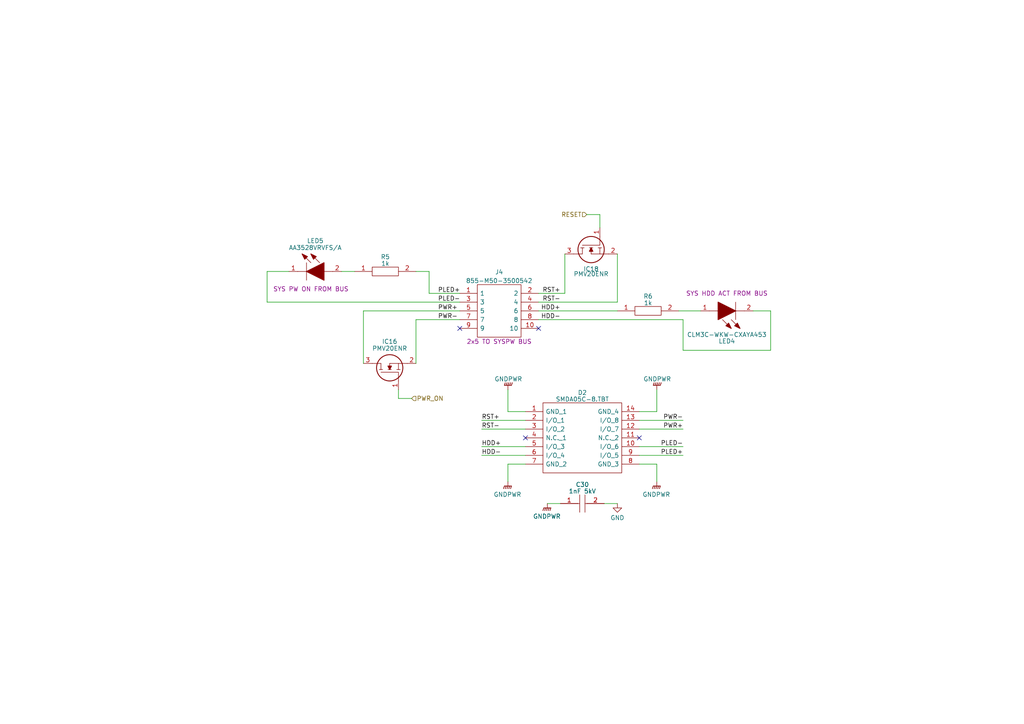
<source format=kicad_sch>
(kicad_sch (version 20230121) (generator eeschema)

  (uuid 593b188f-98dc-4f63-805d-b472a1a92c6e)

  (paper "A4")

  (title_block
    (title "Oro Link")
    (date "2023-03-01")
    (rev "2")
    (company "Oro Operating System")
  )

  (lib_symbols
    (symbol "SamacSys_Parts:AA3528VRVFS_A" (pin_names (offset 0.762)) (in_bom yes) (on_board yes)
      (property "Reference" "LED" (at 12.7 8.89 0)
        (effects (font (size 1.27 1.27)) (justify left bottom))
      )
      (property "Value" "AA3528VRVFS_A" (at 12.7 6.35 0)
        (effects (font (size 1.27 1.27)) (justify left bottom))
      )
      (property "Footprint" "AA3528VRVFSA" (at 12.7 3.81 0)
        (effects (font (size 1.27 1.27)) (justify left bottom) hide)
      )
      (property "Datasheet" "https://mouser.componentsearchengine.com/Datasheets/1/AA3528VRVFS_A.pdf" (at 12.7 1.27 0)
        (effects (font (size 1.27 1.27)) (justify left bottom) hide)
      )
      (property "Description" "LED Uni-Color Violet 2-Pin SMD T/R" (at 12.7 -1.27 0)
        (effects (font (size 1.27 1.27)) (justify left bottom) hide)
      )
      (property "Height" "2.1" (at 12.7 -3.81 0)
        (effects (font (size 1.27 1.27)) (justify left bottom) hide)
      )
      (property "Manufacturer_Name" "Kingbright" (at 12.7 -6.35 0)
        (effects (font (size 1.27 1.27)) (justify left bottom) hide)
      )
      (property "Manufacturer_Part_Number" "AA3528VRVFS/A" (at 12.7 -8.89 0)
        (effects (font (size 1.27 1.27)) (justify left bottom) hide)
      )
      (property "Mouser Part Number" "604-AA3528VRVFS/A" (at 12.7 -11.43 0)
        (effects (font (size 1.27 1.27)) (justify left bottom) hide)
      )
      (property "Mouser Price/Stock" "https://www.mouser.co.uk/ProductDetail/Kingbright/AA3528VRVFS-A?qs=rY7msk5yxfb63mh907EyRA%3D%3D" (at 12.7 -13.97 0)
        (effects (font (size 1.27 1.27)) (justify left bottom) hide)
      )
      (property "Arrow Part Number" "AA3528VRVFS/A" (at 12.7 -16.51 0)
        (effects (font (size 1.27 1.27)) (justify left bottom) hide)
      )
      (property "Arrow Price/Stock" "https://www.arrow.com/en/products/aa3528vrvfsa/kingbright?region=nac" (at 12.7 -19.05 0)
        (effects (font (size 1.27 1.27)) (justify left bottom) hide)
      )
      (property "Mouser Testing Part Number" "" (at 12.7 -21.59 0)
        (effects (font (size 1.27 1.27)) (justify left bottom) hide)
      )
      (property "Mouser Testing Price/Stock" "" (at 12.7 -24.13 0)
        (effects (font (size 1.27 1.27)) (justify left bottom) hide)
      )
      (property "ki_description" "LED Uni-Color Violet 2-Pin SMD T/R" (at 0 0 0)
        (effects (font (size 1.27 1.27)) hide)
      )
      (symbol "AA3528VRVFS_A_0_0"
        (pin passive line (at 0 0 0) (length 2.54)
          (name "~" (effects (font (size 1.27 1.27))))
          (number "1" (effects (font (size 1.27 1.27))))
        )
        (pin passive line (at 15.24 0 180) (length 2.54)
          (name "~" (effects (font (size 1.27 1.27))))
          (number "2" (effects (font (size 1.27 1.27))))
        )
      )
      (symbol "AA3528VRVFS_A_0_1"
        (polyline
          (pts
            (xy 2.54 0)
            (xy 5.08 0)
          )
          (stroke (width 0.1524) (type default))
          (fill (type none))
        )
        (polyline
          (pts
            (xy 5.08 2.54)
            (xy 5.08 -2.54)
          )
          (stroke (width 0.1524) (type default))
          (fill (type none))
        )
        (polyline
          (pts
            (xy 6.35 2.54)
            (xy 3.81 5.08)
          )
          (stroke (width 0.1524) (type default))
          (fill (type none))
        )
        (polyline
          (pts
            (xy 8.89 2.54)
            (xy 6.35 5.08)
          )
          (stroke (width 0.1524) (type default))
          (fill (type none))
        )
        (polyline
          (pts
            (xy 10.16 0)
            (xy 12.7 0)
          )
          (stroke (width 0.1524) (type default))
          (fill (type none))
        )
        (polyline
          (pts
            (xy 5.08 0)
            (xy 10.16 2.54)
            (xy 10.16 -2.54)
            (xy 5.08 0)
          )
          (stroke (width 0.254) (type default))
          (fill (type outline))
        )
        (polyline
          (pts
            (xy 5.334 4.318)
            (xy 4.572 3.556)
            (xy 3.81 5.08)
            (xy 5.334 4.318)
          )
          (stroke (width 0.254) (type default))
          (fill (type outline))
        )
        (polyline
          (pts
            (xy 7.874 4.318)
            (xy 7.112 3.556)
            (xy 6.35 5.08)
            (xy 7.874 4.318)
          )
          (stroke (width 0.254) (type default))
          (fill (type outline))
        )
      )
    )
    (symbol "SamacSys_Parts:CLM3C-WKW-CXAYA453" (pin_names (offset 0.762)) (in_bom yes) (on_board yes)
      (property "Reference" "LED" (at 12.7 8.89 0)
        (effects (font (size 1.27 1.27)) (justify left bottom))
      )
      (property "Value" "CLM3C-WKW-CXAYA453" (at 12.7 6.35 0)
        (effects (font (size 1.27 1.27)) (justify left bottom))
      )
      (property "Footprint" "CLM3CWKWCXAYA453" (at 12.7 3.81 0)
        (effects (font (size 1.27 1.27)) (justify left bottom) hide)
      )
      (property "Datasheet" "https://componentsearchengine.com/Datasheets/2/CLM3C-WKW-CWBYA453.pdf" (at 12.7 1.27 0)
        (effects (font (size 1.27 1.27)) (justify left bottom) hide)
      )
      (property "Description" "Cree CLM3C-WKW-CXAYA453, CLM3 Series White LED, 5500K, PLCC 2, Rectangle Lens SMD Package" (at 12.7 -1.27 0)
        (effects (font (size 1.27 1.27)) (justify left bottom) hide)
      )
      (property "Height" "1.4" (at 12.7 -3.81 0)
        (effects (font (size 1.27 1.27)) (justify left bottom) hide)
      )
      (property "Manufacturer_Name" "Wolfspeed" (at 12.7 -6.35 0)
        (effects (font (size 1.27 1.27)) (justify left bottom) hide)
      )
      (property "Manufacturer_Part_Number" "CLM3C-WKW-CXAYA453" (at 12.7 -8.89 0)
        (effects (font (size 1.27 1.27)) (justify left bottom) hide)
      )
      (property "Mouser Part Number" "941-CLM3CWKWCXAYA453" (at 12.7 -11.43 0)
        (effects (font (size 1.27 1.27)) (justify left bottom) hide)
      )
      (property "Mouser Price/Stock" "https://www.mouser.co.uk/ProductDetail/Cree-Inc/CLM3C-WKW-CXaYa453?qs=3AcK5DacLbr3ewaPKwAgNg%3D%3D" (at 12.7 -13.97 0)
        (effects (font (size 1.27 1.27)) (justify left bottom) hide)
      )
      (property "Arrow Part Number" "CLM3C-WKW-CXAYA453" (at 12.7 -16.51 0)
        (effects (font (size 1.27 1.27)) (justify left bottom) hide)
      )
      (property "Arrow Price/Stock" "https://www.arrow.com/en/products/clm3c-wkw-cxaya453/cree" (at 12.7 -19.05 0)
        (effects (font (size 1.27 1.27)) (justify left bottom) hide)
      )
      (property "Mouser Testing Part Number" "" (at 12.7 -21.59 0)
        (effects (font (size 1.27 1.27)) (justify left bottom) hide)
      )
      (property "Mouser Testing Price/Stock" "" (at 12.7 -24.13 0)
        (effects (font (size 1.27 1.27)) (justify left bottom) hide)
      )
      (property "ki_description" "Cree CLM3C-WKW-CXAYA453, CLM3 Series White LED, 5500K, PLCC 2, Rectangle Lens SMD Package" (at 0 0 0)
        (effects (font (size 1.27 1.27)) hide)
      )
      (symbol "CLM3C-WKW-CXAYA453_0_0"
        (pin passive line (at 15.24 0 180) (length 2.54)
          (name "~" (effects (font (size 1.27 1.27))))
          (number "1" (effects (font (size 1.27 1.27))))
        )
        (pin passive line (at 0 0 0) (length 2.54)
          (name "~" (effects (font (size 1.27 1.27))))
          (number "2" (effects (font (size 1.27 1.27))))
        )
      )
      (symbol "CLM3C-WKW-CXAYA453_0_1"
        (polyline
          (pts
            (xy 2.54 0)
            (xy 5.08 0)
          )
          (stroke (width 0.1524) (type default))
          (fill (type none))
        )
        (polyline
          (pts
            (xy 5.08 2.54)
            (xy 5.08 -2.54)
          )
          (stroke (width 0.1524) (type default))
          (fill (type none))
        )
        (polyline
          (pts
            (xy 6.35 2.54)
            (xy 3.81 5.08)
          )
          (stroke (width 0.1524) (type default))
          (fill (type none))
        )
        (polyline
          (pts
            (xy 8.89 2.54)
            (xy 6.35 5.08)
          )
          (stroke (width 0.1524) (type default))
          (fill (type none))
        )
        (polyline
          (pts
            (xy 10.16 0)
            (xy 12.7 0)
          )
          (stroke (width 0.1524) (type default))
          (fill (type none))
        )
        (polyline
          (pts
            (xy 5.08 0)
            (xy 10.16 2.54)
            (xy 10.16 -2.54)
            (xy 5.08 0)
          )
          (stroke (width 0.254) (type default))
          (fill (type outline))
        )
        (polyline
          (pts
            (xy 5.334 4.318)
            (xy 4.572 3.556)
            (xy 3.81 5.08)
            (xy 5.334 4.318)
          )
          (stroke (width 0.254) (type default))
          (fill (type outline))
        )
        (polyline
          (pts
            (xy 7.874 4.318)
            (xy 7.112 3.556)
            (xy 6.35 5.08)
            (xy 7.874 4.318)
          )
          (stroke (width 0.254) (type default))
          (fill (type outline))
        )
      )
    )
    (symbol "SamacSys_Parts:CSD13380F3T" (pin_names (offset 0.762)) (in_bom yes) (on_board yes)
      (property "Reference" "Q" (at 11.43 3.81 0)
        (effects (font (size 1.27 1.27)) (justify left))
      )
      (property "Value" "CSD13380F3T" (at 11.43 1.27 0)
        (effects (font (size 1.27 1.27)) (justify left))
      )
      (property "Footprint" "CSD13380F3T" (at 11.43 -1.27 0)
        (effects (font (size 1.27 1.27)) (justify left) hide)
      )
      (property "Datasheet" "https://www.ti.com/lit/ds/symlink/csd13380f3.pdf?ts=1610053095577" (at 11.43 -3.81 0)
        (effects (font (size 1.27 1.27)) (justify left) hide)
      )
      (property "Description" "12V, N ch NexFET MOSFET, single LGA0.6x0.7, 76mOhm" (at 11.43 -6.35 0)
        (effects (font (size 1.27 1.27)) (justify left) hide)
      )
      (property "Height" "0.35" (at 11.43 -8.89 0)
        (effects (font (size 1.27 1.27)) (justify left) hide)
      )
      (property "Manufacturer_Name" "Texas Instruments" (at 11.43 -11.43 0)
        (effects (font (size 1.27 1.27)) (justify left) hide)
      )
      (property "Manufacturer_Part_Number" "CSD13380F3T" (at 11.43 -13.97 0)
        (effects (font (size 1.27 1.27)) (justify left) hide)
      )
      (property "Mouser Part Number" "595-CSD13380F3T" (at 11.43 -16.51 0)
        (effects (font (size 1.27 1.27)) (justify left) hide)
      )
      (property "Mouser Price/Stock" "https://www.mouser.co.uk/ProductDetail/Texas-Instruments/CSD13380F3T?qs=S8zVn2bBIh85Rpxp8sld8w%3D%3D" (at 11.43 -19.05 0)
        (effects (font (size 1.27 1.27)) (justify left) hide)
      )
      (property "Arrow Part Number" "CSD13380F3T" (at 11.43 -21.59 0)
        (effects (font (size 1.27 1.27)) (justify left) hide)
      )
      (property "Arrow Price/Stock" "https://www.arrow.com/en/products/csd13380f3t/texas-instruments" (at 11.43 -24.13 0)
        (effects (font (size 1.27 1.27)) (justify left) hide)
      )
      (property "Mouser Testing Part Number" "" (at 11.43 -26.67 0)
        (effects (font (size 1.27 1.27)) (justify left) hide)
      )
      (property "Mouser Testing Price/Stock" "" (at 11.43 -29.21 0)
        (effects (font (size 1.27 1.27)) (justify left) hide)
      )
      (property "ki_description" "12V, N ch NexFET MOSFET, single LGA0.6x0.7, 76mOhm" (at 0 0 0)
        (effects (font (size 1.27 1.27)) hide)
      )
      (symbol "CSD13380F3T_0_0"
        (pin passive line (at 0 0 0) (length 2.54)
          (name "~" (effects (font (size 1.27 1.27))))
          (number "1" (effects (font (size 1.27 1.27))))
        )
        (pin passive line (at 7.62 -5.08 90) (length 2.54)
          (name "~" (effects (font (size 1.27 1.27))))
          (number "2" (effects (font (size 1.27 1.27))))
        )
        (pin passive line (at 7.62 10.16 270) (length 2.54)
          (name "~" (effects (font (size 1.27 1.27))))
          (number "3" (effects (font (size 1.27 1.27))))
        )
      )
      (symbol "CSD13380F3T_0_1"
        (polyline
          (pts
            (xy 5.842 -0.508)
            (xy 5.842 0.508)
          )
          (stroke (width 0.1524) (type default))
          (fill (type none))
        )
        (polyline
          (pts
            (xy 5.842 0)
            (xy 7.62 0)
          )
          (stroke (width 0.1524) (type default))
          (fill (type none))
        )
        (polyline
          (pts
            (xy 5.842 2.032)
            (xy 5.842 3.048)
          )
          (stroke (width 0.1524) (type default))
          (fill (type none))
        )
        (polyline
          (pts
            (xy 5.842 5.588)
            (xy 5.842 4.572)
          )
          (stroke (width 0.1524) (type default))
          (fill (type none))
        )
        (polyline
          (pts
            (xy 7.62 2.54)
            (xy 5.842 2.54)
          )
          (stroke (width 0.1524) (type default))
          (fill (type none))
        )
        (polyline
          (pts
            (xy 7.62 2.54)
            (xy 7.62 -2.54)
          )
          (stroke (width 0.1524) (type default))
          (fill (type none))
        )
        (polyline
          (pts
            (xy 7.62 5.08)
            (xy 5.842 5.08)
          )
          (stroke (width 0.1524) (type default))
          (fill (type none))
        )
        (polyline
          (pts
            (xy 7.62 5.08)
            (xy 7.62 7.62)
          )
          (stroke (width 0.1524) (type default))
          (fill (type none))
        )
        (polyline
          (pts
            (xy 2.54 0)
            (xy 5.08 0)
            (xy 5.08 5.08)
          )
          (stroke (width 0.1524) (type default))
          (fill (type none))
        )
        (polyline
          (pts
            (xy 5.842 2.54)
            (xy 6.858 3.048)
            (xy 6.858 2.032)
            (xy 5.842 2.54)
          )
          (stroke (width 0.254) (type default))
          (fill (type outline))
        )
        (circle (center 6.35 2.54) (radius 3.81)
          (stroke (width 0.254) (type default))
          (fill (type none))
        )
      )
    )
    (symbol "SamacSys_Parts:HV2225Y102KXMATHV" (pin_names (offset 0.762)) (in_bom yes) (on_board yes)
      (property "Reference" "C" (at 8.89 6.35 0)
        (effects (font (size 1.27 1.27)) (justify left))
      )
      (property "Value" "HV2225Y102KXMATHV" (at 8.89 3.81 0)
        (effects (font (size 1.27 1.27)) (justify left))
      )
      (property "Footprint" "CAPC5664X270N" (at 8.89 1.27 0)
        (effects (font (size 1.27 1.27)) (justify left) hide)
      )
      (property "Datasheet" "https://componentsearchengine.com/Datasheets/1/HV2225Y102KXMATHV.pdf" (at 8.89 -1.27 0)
        (effects (font (size 1.27 1.27)) (justify left) hide)
      )
      (property "Description" "Multilayer Ceramic Capacitors MLCC - SMD/SMT 1.0nF 5000volts 10% X7R High Voltage" (at 8.89 -3.81 0)
        (effects (font (size 1.27 1.27)) (justify left) hide)
      )
      (property "Height" "2.7" (at 8.89 -6.35 0)
        (effects (font (size 1.27 1.27)) (justify left) hide)
      )
      (property "Manufacturer_Name" "Vishay" (at 8.89 -8.89 0)
        (effects (font (size 1.27 1.27)) (justify left) hide)
      )
      (property "Manufacturer_Part_Number" "HV2225Y102KXMATHV" (at 8.89 -11.43 0)
        (effects (font (size 1.27 1.27)) (justify left) hide)
      )
      (property "Mouser Part Number" "77-HV2225Y102KXMATHV" (at 8.89 -13.97 0)
        (effects (font (size 1.27 1.27)) (justify left) hide)
      )
      (property "Mouser Price/Stock" "https://www.mouser.com/Search/Refine.aspx?Keyword=77-HV2225Y102KXMATHV" (at 8.89 -16.51 0)
        (effects (font (size 1.27 1.27)) (justify left) hide)
      )
      (property "Arrow Part Number" "" (at 8.89 -19.05 0)
        (effects (font (size 1.27 1.27)) (justify left) hide)
      )
      (property "Arrow Price/Stock" "" (at 8.89 -21.59 0)
        (effects (font (size 1.27 1.27)) (justify left) hide)
      )
      (property "ki_description" "Multilayer Ceramic Capacitors MLCC - SMD/SMT 1.0nF 5000volts 10% X7R High Voltage" (at 0 0 0)
        (effects (font (size 1.27 1.27)) hide)
      )
      (symbol "HV2225Y102KXMATHV_0_0"
        (pin passive line (at 0 0 0) (length 5.08)
          (name "~" (effects (font (size 1.27 1.27))))
          (number "1" (effects (font (size 1.27 1.27))))
        )
        (pin passive line (at 12.7 0 180) (length 5.08)
          (name "~" (effects (font (size 1.27 1.27))))
          (number "2" (effects (font (size 1.27 1.27))))
        )
      )
      (symbol "HV2225Y102KXMATHV_0_1"
        (polyline
          (pts
            (xy 5.08 0)
            (xy 5.588 0)
          )
          (stroke (width 0.1524) (type solid))
          (fill (type none))
        )
        (polyline
          (pts
            (xy 5.588 2.54)
            (xy 5.588 -2.54)
          )
          (stroke (width 0.1524) (type solid))
          (fill (type none))
        )
        (polyline
          (pts
            (xy 7.112 0)
            (xy 7.62 0)
          )
          (stroke (width 0.1524) (type solid))
          (fill (type none))
        )
        (polyline
          (pts
            (xy 7.112 2.54)
            (xy 7.112 -2.54)
          )
          (stroke (width 0.1524) (type solid))
          (fill (type none))
        )
      )
    )
    (symbol "SamacSys_Parts:M50-3500542" (pin_names (offset 0.762)) (in_bom yes) (on_board yes)
      (property "Reference" "J" (at 19.05 7.62 0)
        (effects (font (size 1.27 1.27)) (justify left))
      )
      (property "Value" "M50-3500542" (at 19.05 5.08 0)
        (effects (font (size 1.27 1.27)) (justify left))
      )
      (property "Footprint" "M503500542" (at 19.05 2.54 0)
        (effects (font (size 1.27 1.27)) (justify left) hide)
      )
      (property "Datasheet" "https://datasheet.datasheetarchive.com/originals/distributors/SFDatasheet-1/sf-00022684.pdf" (at 19.05 0 0)
        (effects (font (size 1.27 1.27)) (justify left) hide)
      )
      (property "Description" "Header 2x5way DIL VERT Pin HARWIN M50-35 Series, 1.27mm Pitch 10 Way 2 Row Straight PCB Header, Solder Termination, 1A" (at 19.05 -2.54 0)
        (effects (font (size 1.27 1.27)) (justify left) hide)
      )
      (property "Height" "4.15" (at 19.05 -5.08 0)
        (effects (font (size 1.27 1.27)) (justify left) hide)
      )
      (property "Manufacturer_Name" "Harwin" (at 19.05 -7.62 0)
        (effects (font (size 1.27 1.27)) (justify left) hide)
      )
      (property "Manufacturer_Part_Number" "M50-3500542" (at 19.05 -10.16 0)
        (effects (font (size 1.27 1.27)) (justify left) hide)
      )
      (property "Mouser Part Number" "855-M50-3500542" (at 19.05 -12.7 0)
        (effects (font (size 1.27 1.27)) (justify left) hide)
      )
      (property "Mouser Price/Stock" "https://www.mouser.co.uk/ProductDetail/Harwin/M50-3500542?qs=9fQaSFfsqsyXI0P9tFOVoQ%3D%3D" (at 19.05 -15.24 0)
        (effects (font (size 1.27 1.27)) (justify left) hide)
      )
      (property "Arrow Part Number" "" (at 19.05 -17.78 0)
        (effects (font (size 1.27 1.27)) (justify left) hide)
      )
      (property "Arrow Price/Stock" "" (at 19.05 -20.32 0)
        (effects (font (size 1.27 1.27)) (justify left) hide)
      )
      (property "Mouser Testing Part Number" "" (at 19.05 -22.86 0)
        (effects (font (size 1.27 1.27)) (justify left) hide)
      )
      (property "Mouser Testing Price/Stock" "" (at 19.05 -25.4 0)
        (effects (font (size 1.27 1.27)) (justify left) hide)
      )
      (property "ki_description" "Header 2x5way DIL VERT Pin HARWIN M50-35 Series, 1.27mm Pitch 10 Way 2 Row Straight PCB Header, Solder Termination, 1A" (at 0 0 0)
        (effects (font (size 1.27 1.27)) hide)
      )
      (symbol "M50-3500542_0_0"
        (pin passive line (at 0 0 0) (length 5.08)
          (name "1" (effects (font (size 1.27 1.27))))
          (number "1" (effects (font (size 1.27 1.27))))
        )
        (pin passive line (at 22.86 -10.16 180) (length 5.08)
          (name "10" (effects (font (size 1.27 1.27))))
          (number "10" (effects (font (size 1.27 1.27))))
        )
        (pin passive line (at 22.86 0 180) (length 5.08)
          (name "2" (effects (font (size 1.27 1.27))))
          (number "2" (effects (font (size 1.27 1.27))))
        )
        (pin passive line (at 0 -2.54 0) (length 5.08)
          (name "3" (effects (font (size 1.27 1.27))))
          (number "3" (effects (font (size 1.27 1.27))))
        )
        (pin passive line (at 22.86 -2.54 180) (length 5.08)
          (name "4" (effects (font (size 1.27 1.27))))
          (number "4" (effects (font (size 1.27 1.27))))
        )
        (pin passive line (at 0 -5.08 0) (length 5.08)
          (name "5" (effects (font (size 1.27 1.27))))
          (number "5" (effects (font (size 1.27 1.27))))
        )
        (pin passive line (at 22.86 -5.08 180) (length 5.08)
          (name "6" (effects (font (size 1.27 1.27))))
          (number "6" (effects (font (size 1.27 1.27))))
        )
        (pin passive line (at 0 -7.62 0) (length 5.08)
          (name "7" (effects (font (size 1.27 1.27))))
          (number "7" (effects (font (size 1.27 1.27))))
        )
        (pin passive line (at 22.86 -7.62 180) (length 5.08)
          (name "8" (effects (font (size 1.27 1.27))))
          (number "8" (effects (font (size 1.27 1.27))))
        )
        (pin passive line (at 0 -10.16 0) (length 5.08)
          (name "9" (effects (font (size 1.27 1.27))))
          (number "9" (effects (font (size 1.27 1.27))))
        )
      )
      (symbol "M50-3500542_0_1"
        (polyline
          (pts
            (xy 5.08 2.54)
            (xy 17.78 2.54)
            (xy 17.78 -12.7)
            (xy 5.08 -12.7)
            (xy 5.08 2.54)
          )
          (stroke (width 0.1524) (type default))
          (fill (type none))
        )
      )
    )
    (symbol "SamacSys_Parts:SG73P2ATTD102J" (pin_names (offset 0.762)) (in_bom yes) (on_board yes)
      (property "Reference" "R" (at 13.97 6.35 0)
        (effects (font (size 1.27 1.27)) (justify left))
      )
      (property "Value" "SG73P2ATTD102J" (at 13.97 3.81 0)
        (effects (font (size 1.27 1.27)) (justify left))
      )
      (property "Footprint" "RESC2012X60N" (at 13.97 1.27 0)
        (effects (font (size 1.27 1.27)) (justify left) hide)
      )
      (property "Datasheet" "https://componentsearchengine.com/Datasheets/1/SG73P2ATTD102J.pdf" (at 13.97 -1.27 0)
        (effects (font (size 1.27 1.27)) (justify left) hide)
      )
      (property "Description" "Thick Film Resistors - SMD 0.25W 1Kohm 5% 200ppm Anti-Pulse" (at 13.97 -3.81 0)
        (effects (font (size 1.27 1.27)) (justify left) hide)
      )
      (property "Height" "0.6" (at 13.97 -6.35 0)
        (effects (font (size 1.27 1.27)) (justify left) hide)
      )
      (property "Manufacturer_Name" "KOA Speer" (at 13.97 -8.89 0)
        (effects (font (size 1.27 1.27)) (justify left) hide)
      )
      (property "Manufacturer_Part_Number" "SG73P2ATTD102J" (at 13.97 -11.43 0)
        (effects (font (size 1.27 1.27)) (justify left) hide)
      )
      (property "Mouser Part Number" "660-SG73P2ATTD102J" (at 13.97 -13.97 0)
        (effects (font (size 1.27 1.27)) (justify left) hide)
      )
      (property "Mouser Price/Stock" "https://www.mouser.com/Search/Refine.aspx?Keyword=660-SG73P2ATTD102J" (at 13.97 -16.51 0)
        (effects (font (size 1.27 1.27)) (justify left) hide)
      )
      (property "Arrow Part Number" "" (at 13.97 -19.05 0)
        (effects (font (size 1.27 1.27)) (justify left) hide)
      )
      (property "Arrow Price/Stock" "" (at 13.97 -21.59 0)
        (effects (font (size 1.27 1.27)) (justify left) hide)
      )
      (property "Mouser Testing Part Number" "" (at 13.97 -24.13 0)
        (effects (font (size 1.27 1.27)) (justify left) hide)
      )
      (property "Mouser Testing Price/Stock" "" (at 13.97 -26.67 0)
        (effects (font (size 1.27 1.27)) (justify left) hide)
      )
      (property "ki_description" "Thick Film Resistors - SMD 0.25W 1Kohm 5% 200ppm Anti-Pulse" (at 0 0 0)
        (effects (font (size 1.27 1.27)) hide)
      )
      (symbol "SG73P2ATTD102J_0_0"
        (pin passive line (at 0 0 0) (length 5.08)
          (name "~" (effects (font (size 1.27 1.27))))
          (number "1" (effects (font (size 1.27 1.27))))
        )
        (pin passive line (at 17.78 0 180) (length 5.08)
          (name "~" (effects (font (size 1.27 1.27))))
          (number "2" (effects (font (size 1.27 1.27))))
        )
      )
      (symbol "SG73P2ATTD102J_0_1"
        (polyline
          (pts
            (xy 5.08 1.27)
            (xy 12.7 1.27)
            (xy 12.7 -1.27)
            (xy 5.08 -1.27)
            (xy 5.08 1.27)
          )
          (stroke (width 0.1524) (type solid))
          (fill (type none))
        )
      )
    )
    (symbol "SamacSys_Parts:SMDA05C-8.TBT" (pin_names (offset 0.762)) (in_bom yes) (on_board yes)
      (property "Reference" "D" (at 29.21 7.62 0)
        (effects (font (size 1.27 1.27)) (justify left))
      )
      (property "Value" "SMDA05C-8.TBT" (at 29.21 5.08 0)
        (effects (font (size 1.27 1.27)) (justify left))
      )
      (property "Footprint" "SOIC127P600X175-14N" (at 29.21 2.54 0)
        (effects (font (size 1.27 1.27)) (justify left) hide)
      )
      (property "Datasheet" "https://datasheet.datasheetarchive.com/originals/distributors/DKDS-37/728681.pdf" (at 29.21 0 0)
        (effects (font (size 1.27 1.27)) (justify left) hide)
      )
      (property "Description" "ESD Suppressors / TVS Diodes 5V, 8 CHAN, TVS ARRAY" (at 29.21 -2.54 0)
        (effects (font (size 1.27 1.27)) (justify left) hide)
      )
      (property "Height" "1.75" (at 29.21 -5.08 0)
        (effects (font (size 1.27 1.27)) (justify left) hide)
      )
      (property "Manufacturer_Name" "SEMTECH" (at 29.21 -7.62 0)
        (effects (font (size 1.27 1.27)) (justify left) hide)
      )
      (property "Manufacturer_Part_Number" "SMDA05C-8.TBT" (at 29.21 -10.16 0)
        (effects (font (size 1.27 1.27)) (justify left) hide)
      )
      (property "Mouser Part Number" "947-SMDA05C-8.TBT" (at 29.21 -12.7 0)
        (effects (font (size 1.27 1.27)) (justify left) hide)
      )
      (property "Mouser Price/Stock" "https://www.mouser.co.uk/ProductDetail/Semtech/SMDA05C-8.TBT?qs=rBWM4%252BvDhIerSRsNsiY6Ug%3D%3D" (at 29.21 -15.24 0)
        (effects (font (size 1.27 1.27)) (justify left) hide)
      )
      (property "Arrow Part Number" "SMDA05C-8.TBT" (at 29.21 -17.78 0)
        (effects (font (size 1.27 1.27)) (justify left) hide)
      )
      (property "Arrow Price/Stock" "https://www.arrow.com/en/products/smda05c-8.tbt/semtech" (at 29.21 -20.32 0)
        (effects (font (size 1.27 1.27)) (justify left) hide)
      )
      (property "ki_description" "ESD Suppressors / TVS Diodes 5V, 8 CHAN, TVS ARRAY" (at 0 0 0)
        (effects (font (size 1.27 1.27)) hide)
      )
      (symbol "SMDA05C-8.TBT_0_0"
        (pin passive line (at 0 0 0) (length 5.08)
          (name "GND_1" (effects (font (size 1.27 1.27))))
          (number "1" (effects (font (size 1.27 1.27))))
        )
        (pin passive line (at 33.02 -10.16 180) (length 5.08)
          (name "I/O_6" (effects (font (size 1.27 1.27))))
          (number "10" (effects (font (size 1.27 1.27))))
        )
        (pin passive line (at 33.02 -7.62 180) (length 5.08)
          (name "N.C._2" (effects (font (size 1.27 1.27))))
          (number "11" (effects (font (size 1.27 1.27))))
        )
        (pin passive line (at 33.02 -5.08 180) (length 5.08)
          (name "I/O_7" (effects (font (size 1.27 1.27))))
          (number "12" (effects (font (size 1.27 1.27))))
        )
        (pin passive line (at 33.02 -2.54 180) (length 5.08)
          (name "I/O_8" (effects (font (size 1.27 1.27))))
          (number "13" (effects (font (size 1.27 1.27))))
        )
        (pin passive line (at 33.02 0 180) (length 5.08)
          (name "GND_4" (effects (font (size 1.27 1.27))))
          (number "14" (effects (font (size 1.27 1.27))))
        )
        (pin passive line (at 0 -2.54 0) (length 5.08)
          (name "I/O_1" (effects (font (size 1.27 1.27))))
          (number "2" (effects (font (size 1.27 1.27))))
        )
        (pin passive line (at 0 -5.08 0) (length 5.08)
          (name "I/O_2" (effects (font (size 1.27 1.27))))
          (number "3" (effects (font (size 1.27 1.27))))
        )
        (pin passive line (at 0 -7.62 0) (length 5.08)
          (name "N.C._1" (effects (font (size 1.27 1.27))))
          (number "4" (effects (font (size 1.27 1.27))))
        )
        (pin passive line (at 0 -10.16 0) (length 5.08)
          (name "I/O_3" (effects (font (size 1.27 1.27))))
          (number "5" (effects (font (size 1.27 1.27))))
        )
        (pin passive line (at 0 -12.7 0) (length 5.08)
          (name "I/O_4" (effects (font (size 1.27 1.27))))
          (number "6" (effects (font (size 1.27 1.27))))
        )
        (pin passive line (at 0 -15.24 0) (length 5.08)
          (name "GND_2" (effects (font (size 1.27 1.27))))
          (number "7" (effects (font (size 1.27 1.27))))
        )
        (pin passive line (at 33.02 -15.24 180) (length 5.08)
          (name "GND_3" (effects (font (size 1.27 1.27))))
          (number "8" (effects (font (size 1.27 1.27))))
        )
        (pin passive line (at 33.02 -12.7 180) (length 5.08)
          (name "I/O_5" (effects (font (size 1.27 1.27))))
          (number "9" (effects (font (size 1.27 1.27))))
        )
      )
      (symbol "SMDA05C-8.TBT_0_1"
        (polyline
          (pts
            (xy 5.08 2.54)
            (xy 27.94 2.54)
            (xy 27.94 -17.78)
            (xy 5.08 -17.78)
            (xy 5.08 2.54)
          )
          (stroke (width 0.1524) (type solid))
          (fill (type none))
        )
      )
    )
    (symbol "power:GND" (power) (pin_names (offset 0)) (in_bom yes) (on_board yes)
      (property "Reference" "#PWR" (at 0 -6.35 0)
        (effects (font (size 1.27 1.27)) hide)
      )
      (property "Value" "GND" (at 0 -3.81 0)
        (effects (font (size 1.27 1.27)))
      )
      (property "Footprint" "" (at 0 0 0)
        (effects (font (size 1.27 1.27)) hide)
      )
      (property "Datasheet" "" (at 0 0 0)
        (effects (font (size 1.27 1.27)) hide)
      )
      (property "ki_keywords" "global power" (at 0 0 0)
        (effects (font (size 1.27 1.27)) hide)
      )
      (property "ki_description" "Power symbol creates a global label with name \"GND\" , ground" (at 0 0 0)
        (effects (font (size 1.27 1.27)) hide)
      )
      (symbol "GND_0_1"
        (polyline
          (pts
            (xy 0 0)
            (xy 0 -1.27)
            (xy 1.27 -1.27)
            (xy 0 -2.54)
            (xy -1.27 -1.27)
            (xy 0 -1.27)
          )
          (stroke (width 0) (type default))
          (fill (type none))
        )
      )
      (symbol "GND_1_1"
        (pin power_in line (at 0 0 270) (length 0) hide
          (name "GND" (effects (font (size 1.27 1.27))))
          (number "1" (effects (font (size 1.27 1.27))))
        )
      )
    )
    (symbol "power:GNDPWR" (power) (pin_names (offset 0)) (in_bom yes) (on_board yes)
      (property "Reference" "#PWR" (at 0 -5.08 0)
        (effects (font (size 1.27 1.27)) hide)
      )
      (property "Value" "GNDPWR" (at 0 -3.302 0)
        (effects (font (size 1.27 1.27)))
      )
      (property "Footprint" "" (at 0 -1.27 0)
        (effects (font (size 1.27 1.27)) hide)
      )
      (property "Datasheet" "" (at 0 -1.27 0)
        (effects (font (size 1.27 1.27)) hide)
      )
      (property "ki_keywords" "global ground" (at 0 0 0)
        (effects (font (size 1.27 1.27)) hide)
      )
      (property "ki_description" "Power symbol creates a global label with name \"GNDPWR\" , global ground" (at 0 0 0)
        (effects (font (size 1.27 1.27)) hide)
      )
      (symbol "GNDPWR_0_1"
        (polyline
          (pts
            (xy 0 -1.27)
            (xy 0 0)
          )
          (stroke (width 0) (type default))
          (fill (type none))
        )
        (polyline
          (pts
            (xy -1.016 -1.27)
            (xy -1.27 -2.032)
            (xy -1.27 -2.032)
          )
          (stroke (width 0.2032) (type default))
          (fill (type none))
        )
        (polyline
          (pts
            (xy -0.508 -1.27)
            (xy -0.762 -2.032)
            (xy -0.762 -2.032)
          )
          (stroke (width 0.2032) (type default))
          (fill (type none))
        )
        (polyline
          (pts
            (xy 0 -1.27)
            (xy -0.254 -2.032)
            (xy -0.254 -2.032)
          )
          (stroke (width 0.2032) (type default))
          (fill (type none))
        )
        (polyline
          (pts
            (xy 0.508 -1.27)
            (xy 0.254 -2.032)
            (xy 0.254 -2.032)
          )
          (stroke (width 0.2032) (type default))
          (fill (type none))
        )
        (polyline
          (pts
            (xy 1.016 -1.27)
            (xy -1.016 -1.27)
            (xy -1.016 -1.27)
          )
          (stroke (width 0.2032) (type default))
          (fill (type none))
        )
        (polyline
          (pts
            (xy 1.016 -1.27)
            (xy 0.762 -2.032)
            (xy 0.762 -2.032)
            (xy 0.762 -2.032)
          )
          (stroke (width 0.2032) (type default))
          (fill (type none))
        )
      )
      (symbol "GNDPWR_1_1"
        (pin power_in line (at 0 0 270) (length 0) hide
          (name "GNDPWR" (effects (font (size 1.27 1.27))))
          (number "1" (effects (font (size 1.27 1.27))))
        )
      )
    )
  )


  (no_connect (at 156.21 95.25) (uuid 6783a378-a850-4544-ab15-1fcba8ff3c0b))
  (no_connect (at 152.4 127) (uuid b4a35f2f-2955-458a-9103-a0cea7289bdc))
  (no_connect (at 133.35 95.25) (uuid b632148b-8606-460a-83c7-57f5da0020b5))
  (no_connect (at 185.42 127) (uuid d5f1a0e9-ec8a-496d-be95-d72f5fa3224d))

  (wire (pts (xy 158.75 146.05) (xy 162.56 146.05))
    (stroke (width 0) (type default))
    (uuid 05cadd93-20d4-4964-8f1a-cd687db1a0f4)
  )
  (wire (pts (xy 179.07 87.63) (xy 179.07 73.66))
    (stroke (width 0) (type default))
    (uuid 0cc3b7f5-7254-4b74-a9ba-0359dba445c0)
  )
  (wire (pts (xy 196.85 90.17) (xy 203.2 90.17))
    (stroke (width 0) (type default))
    (uuid 120320ae-6343-49af-b831-3a8de0b67791)
  )
  (wire (pts (xy 77.47 87.63) (xy 133.35 87.63))
    (stroke (width 0) (type default))
    (uuid 13c66d55-0c78-4cc2-bb3d-d3cd59ad6b92)
  )
  (wire (pts (xy 105.41 90.17) (xy 133.35 90.17))
    (stroke (width 0) (type default))
    (uuid 1bc3a01e-80c5-4109-add1-5be9aafa4e97)
  )
  (wire (pts (xy 147.32 119.38) (xy 147.32 113.03))
    (stroke (width 0) (type default))
    (uuid 1d038dbe-2129-4553-9c76-bf4d296efe70)
  )
  (wire (pts (xy 147.32 134.62) (xy 147.32 139.7))
    (stroke (width 0) (type default))
    (uuid 21bcc4fa-d477-48ce-b3c6-147c0a348b74)
  )
  (wire (pts (xy 83.82 78.74) (xy 77.47 78.74))
    (stroke (width 0) (type default))
    (uuid 2332cd72-b618-4598-a48c-e6a1869d7fd1)
  )
  (wire (pts (xy 152.4 119.38) (xy 147.32 119.38))
    (stroke (width 0) (type default))
    (uuid 23338c98-c585-4896-a574-877f8f981eb3)
  )
  (wire (pts (xy 198.12 129.54) (xy 185.42 129.54))
    (stroke (width 0) (type default))
    (uuid 41fd3d62-bf45-41eb-8b23-02f2dae567f2)
  )
  (wire (pts (xy 152.4 132.08) (xy 139.7 132.08))
    (stroke (width 0) (type default))
    (uuid 45031cfb-fa8c-43b7-b349-6bdfef47a247)
  )
  (wire (pts (xy 120.65 92.71) (xy 133.35 92.71))
    (stroke (width 0) (type default))
    (uuid 48413787-4456-487b-834f-02eeadf04fd9)
  )
  (wire (pts (xy 223.52 101.6) (xy 198.12 101.6))
    (stroke (width 0) (type default))
    (uuid 48a102fb-4c14-43eb-a382-497412170bf4)
  )
  (wire (pts (xy 198.12 124.46) (xy 185.42 124.46))
    (stroke (width 0) (type default))
    (uuid 4a4d3760-b887-424f-a52b-de1a9e6d99df)
  )
  (wire (pts (xy 105.41 90.17) (xy 105.41 105.41))
    (stroke (width 0) (type default))
    (uuid 53eb86a3-173f-48cd-9bd7-298d32bd899d)
  )
  (wire (pts (xy 163.83 73.66) (xy 163.83 85.09))
    (stroke (width 0) (type default))
    (uuid 55503015-2886-4df2-a3ed-fc8ed4579f78)
  )
  (wire (pts (xy 152.4 134.62) (xy 147.32 134.62))
    (stroke (width 0) (type default))
    (uuid 55f3c28a-35c3-4582-bb70-4dfd95572e54)
  )
  (wire (pts (xy 115.57 115.57) (xy 115.57 113.03))
    (stroke (width 0) (type default))
    (uuid 6fb1665e-1a2d-40ce-83e1-c2aaac864916)
  )
  (wire (pts (xy 156.21 92.71) (xy 198.12 92.71))
    (stroke (width 0) (type default))
    (uuid 7c4f9377-9eb2-4779-826c-afa57780944a)
  )
  (wire (pts (xy 198.12 121.92) (xy 185.42 121.92))
    (stroke (width 0) (type default))
    (uuid 88c79396-da98-46b9-850c-57ce1b435cd9)
  )
  (wire (pts (xy 124.46 78.74) (xy 124.46 85.09))
    (stroke (width 0) (type default))
    (uuid 88e1cac1-c208-4821-821e-74665ddf1e1e)
  )
  (wire (pts (xy 185.42 134.62) (xy 190.5 134.62))
    (stroke (width 0) (type default))
    (uuid 8fee76ee-d7c8-4ef3-ae15-cb1e09472d43)
  )
  (wire (pts (xy 170.18 62.23) (xy 173.99 62.23))
    (stroke (width 0) (type default))
    (uuid 90fb6fc5-e64c-4de5-aa2a-d90e39b2b54d)
  )
  (wire (pts (xy 156.21 85.09) (xy 163.83 85.09))
    (stroke (width 0) (type default))
    (uuid 92c37dc2-da91-4104-8cae-78cd7fe7f391)
  )
  (wire (pts (xy 198.12 101.6) (xy 198.12 92.71))
    (stroke (width 0) (type default))
    (uuid 93189d90-98a5-4652-a2ec-0583a086fa27)
  )
  (wire (pts (xy 77.47 78.74) (xy 77.47 87.63))
    (stroke (width 0) (type default))
    (uuid 934100f5-60e3-4dff-bc34-3c62dea8cb6e)
  )
  (wire (pts (xy 119.38 115.57) (xy 115.57 115.57))
    (stroke (width 0) (type default))
    (uuid 9a23cdd1-7186-48a7-8167-e274693a5bd4)
  )
  (wire (pts (xy 190.5 134.62) (xy 190.5 139.7))
    (stroke (width 0) (type default))
    (uuid a463c504-499f-4f96-b987-06aab8e88f02)
  )
  (wire (pts (xy 223.52 90.17) (xy 223.52 101.6))
    (stroke (width 0) (type default))
    (uuid ab97c32e-ef58-42df-b0ca-0555375eaf80)
  )
  (wire (pts (xy 218.44 90.17) (xy 223.52 90.17))
    (stroke (width 0) (type default))
    (uuid b0af51c1-9c77-4525-927b-f51ff72c48f1)
  )
  (wire (pts (xy 120.65 92.71) (xy 120.65 105.41))
    (stroke (width 0) (type default))
    (uuid b806bc49-0d9c-4b3c-88ec-563d337e0cd3)
  )
  (wire (pts (xy 156.21 87.63) (xy 179.07 87.63))
    (stroke (width 0) (type default))
    (uuid b8bbed47-0d5c-45ca-95b0-0f0005deadda)
  )
  (wire (pts (xy 99.06 78.74) (xy 102.87 78.74))
    (stroke (width 0) (type default))
    (uuid badc4900-0b04-401a-8e45-971dec7bd811)
  )
  (wire (pts (xy 198.12 132.08) (xy 185.42 132.08))
    (stroke (width 0) (type default))
    (uuid cedabaae-31e7-4b7f-8b48-be3642143e07)
  )
  (wire (pts (xy 185.42 119.38) (xy 190.5 119.38))
    (stroke (width 0) (type default))
    (uuid dde8c860-c7c3-4ded-8dc3-6cb245686efa)
  )
  (wire (pts (xy 139.7 121.92) (xy 152.4 121.92))
    (stroke (width 0) (type default))
    (uuid e231c5d3-3270-440d-b58c-f0964e8e33cd)
  )
  (wire (pts (xy 156.21 90.17) (xy 179.07 90.17))
    (stroke (width 0) (type default))
    (uuid e460c134-2940-4008-a241-b04ce6804fd6)
  )
  (wire (pts (xy 124.46 85.09) (xy 133.35 85.09))
    (stroke (width 0) (type default))
    (uuid e9901e3d-6488-4bdc-8b35-d31b29ec4411)
  )
  (wire (pts (xy 190.5 119.38) (xy 190.5 113.03))
    (stroke (width 0) (type default))
    (uuid ea78aa08-2d42-4753-a894-8482fcfd680d)
  )
  (wire (pts (xy 175.26 146.05) (xy 179.07 146.05))
    (stroke (width 0) (type default))
    (uuid ecddebf9-80ef-4b4a-ad0d-13c2afec17d4)
  )
  (wire (pts (xy 139.7 129.54) (xy 152.4 129.54))
    (stroke (width 0) (type default))
    (uuid ee923f4c-1fb6-47a9-a9ff-b48b5702145b)
  )
  (wire (pts (xy 139.7 124.46) (xy 152.4 124.46))
    (stroke (width 0) (type default))
    (uuid f98c5869-e40d-4005-9ed4-080a49b62f2c)
  )
  (wire (pts (xy 173.99 62.23) (xy 173.99 66.04))
    (stroke (width 0) (type default))
    (uuid fa69c082-bbda-48c2-9f87-c5d3970d9590)
  )
  (wire (pts (xy 120.65 78.74) (xy 124.46 78.74))
    (stroke (width 0) (type default))
    (uuid fb1e9dd0-0577-416d-93a2-5bbc664806c9)
  )

  (label "PWR-" (at 198.12 121.92 180) (fields_autoplaced)
    (effects (font (size 1.27 1.27)) (justify right bottom))
    (uuid 06b06e60-7a85-4b3e-9300-f25a933a68fe)
  )
  (label "RST+" (at 139.7 121.92 0) (fields_autoplaced)
    (effects (font (size 1.27 1.27)) (justify left bottom))
    (uuid 1a528040-c37f-4afd-afd7-06ac4f1b1fc7)
  )
  (label "PLED+" (at 127 85.09 0) (fields_autoplaced)
    (effects (font (size 1.27 1.27)) (justify left bottom))
    (uuid 356b8d0a-07a0-4d7f-8179-a74eb2f08b5f)
  )
  (label "PWR-" (at 127 92.71 0) (fields_autoplaced)
    (effects (font (size 1.27 1.27)) (justify left bottom))
    (uuid 3701302d-c67b-4972-b69e-5ef2ef62a8c6)
  )
  (label "HDD-" (at 162.56 92.71 180) (fields_autoplaced)
    (effects (font (size 1.27 1.27)) (justify right bottom))
    (uuid 49b2831d-40f1-4ca8-967a-4fb63379263b)
  )
  (label "HDD+" (at 162.56 90.17 180) (fields_autoplaced)
    (effects (font (size 1.27 1.27)) (justify right bottom))
    (uuid 4ce26566-924f-494c-9ee3-074efb2a1c8c)
  )
  (label "RST+" (at 162.56 85.09 180) (fields_autoplaced)
    (effects (font (size 1.27 1.27)) (justify right bottom))
    (uuid 511837c0-fd37-42ec-b0ed-361d2dfcd95a)
  )
  (label "HDD+" (at 139.7 129.54 0) (fields_autoplaced)
    (effects (font (size 1.27 1.27)) (justify left bottom))
    (uuid 55b8acf9-3c92-49b4-9471-9d8044ae1a74)
  )
  (label "PLED-" (at 127 87.63 0) (fields_autoplaced)
    (effects (font (size 1.27 1.27)) (justify left bottom))
    (uuid 7254685d-7cbb-4f04-83f8-d1927ff7c7e6)
  )
  (label "PLED-" (at 198.12 129.54 180) (fields_autoplaced)
    (effects (font (size 1.27 1.27)) (justify right bottom))
    (uuid 74c425a2-09b6-4312-981b-f8f199c903c3)
  )
  (label "PLED+" (at 198.12 132.08 180) (fields_autoplaced)
    (effects (font (size 1.27 1.27)) (justify right bottom))
    (uuid 7b9996b3-d249-4ae4-99cb-7c869e27feb3)
  )
  (label "RST-" (at 139.7 124.46 0) (fields_autoplaced)
    (effects (font (size 1.27 1.27)) (justify left bottom))
    (uuid 83cfbd0c-e11e-4f63-b421-60e9065e1dd6)
  )
  (label "HDD-" (at 139.7 132.08 0) (fields_autoplaced)
    (effects (font (size 1.27 1.27)) (justify left bottom))
    (uuid abee09ad-3944-4ed1-9ec1-5013b047f4b3)
  )
  (label "PWR+" (at 198.12 124.46 180) (fields_autoplaced)
    (effects (font (size 1.27 1.27)) (justify right bottom))
    (uuid b25b57ca-0ded-491d-a540-9c8b277dc243)
  )
  (label "PWR+" (at 127 90.17 0) (fields_autoplaced)
    (effects (font (size 1.27 1.27)) (justify left bottom))
    (uuid c294c6d7-01c8-44a3-8f92-3d9260240179)
  )
  (label "RST-" (at 162.56 87.63 180) (fields_autoplaced)
    (effects (font (size 1.27 1.27)) (justify right bottom))
    (uuid cefb11ee-7a02-426d-aea1-4674fbbba5e7)
  )

  (hierarchical_label "PWR_ON" (shape input) (at 119.38 115.57 0) (fields_autoplaced)
    (effects (font (size 1.27 1.27)) (justify left))
    (uuid 15abaa1b-a9ec-4538-b417-bdf2730cb9a2)
  )
  (hierarchical_label "RESET" (shape input) (at 170.18 62.23 180) (fields_autoplaced)
    (effects (font (size 1.27 1.27)) (justify right))
    (uuid 764e8c3b-b4ce-433c-b8b3-1bcb87618647)
  )

  (symbol (lib_id "SamacSys_Parts:CSD13380F3T") (at 173.99 66.04 90) (mirror x) (unit 1)
    (in_bom yes) (on_board yes) (dnp no)
    (uuid 0ea1d03a-812d-455c-9ea2-bb093af8d34f)
    (property "Reference" "IC18" (at 171.45 78.74 90)
      (effects (font (size 1.27 1.27)) (justify bottom))
    )
    (property "Value" "PMV20ENR" (at 171.45 78.74 90)
      (effects (font (size 1.27 1.27)) (justify top))
    )
    (property "Footprint" "SamacSys_Parts:SOT95P230X110-3N" (at 171.45 82.55 0)
      (effects (font (size 1.27 1.27)) (justify left) hide)
    )
    (property "Datasheet" "https://assets.nexperia.com/documents/data-sheet/PMV20EN.pdf" (at 173.99 82.55 0)
      (effects (font (size 1.27 1.27)) (justify left) hide)
    )
    (property "Description" "MOSFET 30V N-channel Trench MOSFET" (at 176.53 82.55 0)
      (effects (font (size 1.27 1.27)) (justify left) hide)
    )
    (property "Height" "1.1" (at 179.07 82.55 0)
      (effects (font (size 1.27 1.27)) (justify left) hide)
    )
    (property "Manufacturer_Name" "Nexperia" (at 181.61 82.55 0)
      (effects (font (size 1.27 1.27)) (justify left) hide)
    )
    (property "Manufacturer_Part_Number" "PMV20ENR" (at 184.15 82.55 0)
      (effects (font (size 1.27 1.27)) (justify left) hide)
    )
    (property "Mouser Part Number" "771-PMV20ENR" (at 186.69 82.55 0)
      (effects (font (size 1.27 1.27)) (justify left) hide)
    )
    (property "Mouser Price/Stock" "https://www.mouser.co.uk/ProductDetail/Nexperia/PMV20ENR?qs=sV%252BQJnSpgu%2FSnnW%252BQ4V7GA%3D%3D" (at 189.23 82.55 0)
      (effects (font (size 1.27 1.27)) (justify left) hide)
    )
    (property "Arrow Part Number" "PMV20ENR" (at 191.77 82.55 0)
      (effects (font (size 1.27 1.27)) (justify left) hide)
    )
    (property "Arrow Price/Stock" "https://www.arrow.com/en/products/pmv20enr/nexperia?region=nac" (at 194.31 82.55 0)
      (effects (font (size 1.27 1.27)) (justify left) hide)
    )
    (property "Mouser Testing Part Number" "" (at 196.85 82.55 0)
      (effects (font (size 1.27 1.27)) (justify left) hide)
    )
    (property "Mouser Testing Price/Stock" "" (at 199.39 82.55 0)
      (effects (font (size 1.27 1.27)) (justify left) hide)
    )
    (pin "1" (uuid e5332ba0-b7b4-45be-8038-fe804d5ad1d0))
    (pin "2" (uuid cf4d518a-b8c1-4027-bad5-0b9ca2e6af2e))
    (pin "3" (uuid f99ee2ad-2937-475c-8ea5-0dd1b0564861))
    (instances
      (project "Oro Testbed v2"
        (path "/3d0fc623-63eb-45e5-a304-e470d9b3a173"
          (reference "IC18") (unit 1)
        )
        (path "/3d0fc623-63eb-45e5-a304-e470d9b3a173/67aa3342-23bd-439c-9d16-a41d3322ad9d"
          (reference "IC20") (unit 1)
        )
      )
      (project "Oro Link rev2"
        (path "/e89dcd22-1250-4a5b-b778-1c95a0dd623d/6eeb4496-d532-42b5-95b8-3d397c9a21d1"
          (reference "Q3") (unit 1)
        )
      )
    )
  )

  (symbol (lib_id "power:GNDPWR") (at 147.32 139.7 0) (unit 1)
    (in_bom yes) (on_board yes) (dnp no) (fields_autoplaced)
    (uuid 17fd0cbb-21cf-4511-8365-6a3c0782ff45)
    (property "Reference" "#PWR026" (at 147.32 144.78 0)
      (effects (font (size 1.27 1.27)) hide)
    )
    (property "Value" "GNDPWR" (at 147.193 143.4291 0)
      (effects (font (size 1.27 1.27)))
    )
    (property "Footprint" "" (at 147.32 140.97 0)
      (effects (font (size 1.27 1.27)) hide)
    )
    (property "Datasheet" "" (at 147.32 140.97 0)
      (effects (font (size 1.27 1.27)) hide)
    )
    (pin "1" (uuid 13143d3b-bdbc-4a62-ac9d-aff8f1d7cd73))
    (instances
      (project "Oro Link rev2"
        (path "/e89dcd22-1250-4a5b-b778-1c95a0dd623d/6eeb4496-d532-42b5-95b8-3d397c9a21d1"
          (reference "#PWR026") (unit 1)
        )
      )
    )
  )

  (symbol (lib_id "SamacSys_Parts:AA3528VRVFS_A") (at 83.82 78.74 0) (unit 1)
    (in_bom yes) (on_board yes) (dnp no)
    (uuid 1daddbab-f1ad-42f5-b980-00d556a9b09b)
    (property "Reference" "LED5" (at 91.44 69.85 0)
      (effects (font (size 1.27 1.27)))
    )
    (property "Value" "AA3528VRVFS/A" (at 91.44 71.12 0)
      (effects (font (size 1.27 1.27)) (justify top))
    )
    (property "Footprint" "SamacSys_Parts:AA3528VRVFSA" (at 96.52 74.93 0)
      (effects (font (size 1.27 1.27)) (justify left bottom) hide)
    )
    (property "Datasheet" "https://mouser.componentsearchengine.com/Datasheets/1/AA3528VRVFS_A.pdf" (at 96.52 77.47 0)
      (effects (font (size 1.27 1.27)) (justify left bottom) hide)
    )
    (property "Description" "LED Uni-Color Violet 2-Pin SMD T/R" (at 96.52 80.01 0)
      (effects (font (size 1.27 1.27)) (justify left bottom) hide)
    )
    (property "Height" "2.1" (at 96.52 82.55 0)
      (effects (font (size 1.27 1.27)) (justify left bottom) hide)
    )
    (property "Manufacturer_Name" "Kingbright" (at 96.52 85.09 0)
      (effects (font (size 1.27 1.27)) (justify left bottom) hide)
    )
    (property "Manufacturer_Part_Number" "AA3528VRVFS/A" (at 96.52 87.63 0)
      (effects (font (size 1.27 1.27)) (justify left bottom) hide)
    )
    (property "Mouser Part Number" "604-AA3528VRVFS/A" (at 96.52 90.17 0)
      (effects (font (size 1.27 1.27)) (justify left bottom) hide)
    )
    (property "Mouser Price/Stock" "https://www.mouser.co.uk/ProductDetail/Kingbright/AA3528VRVFS-A?qs=rY7msk5yxfb63mh907EyRA%3D%3D" (at 96.52 92.71 0)
      (effects (font (size 1.27 1.27)) (justify left bottom) hide)
    )
    (property "Arrow Part Number" "AA3528VRVFS/A" (at 96.52 95.25 0)
      (effects (font (size 1.27 1.27)) (justify left bottom) hide)
    )
    (property "Arrow Price/Stock" "https://www.arrow.com/en/products/aa3528vrvfsa/kingbright?region=nac" (at 96.52 97.79 0)
      (effects (font (size 1.27 1.27)) (justify left bottom) hide)
    )
    (property "Mouser Testing Part Number" "" (at 96.52 100.33 0)
      (effects (font (size 1.27 1.27)) (justify left bottom) hide)
    )
    (property "Mouser Testing Price/Stock" "" (at 96.52 102.87 0)
      (effects (font (size 1.27 1.27)) (justify left bottom) hide)
    )
    (property "Note" "SYS PW ON FROM BUS" (at 90.17 83.82 0)
      (effects (font (size 1.27 1.27)))
    )
    (pin "1" (uuid 2ec44930-23a0-4ebb-b3f5-889a21cfa3af))
    (pin "2" (uuid 8c2db31e-a9ec-46fd-ae30-d0339586f5a6))
    (instances
      (project "Oro Testbed v2"
        (path "/3d0fc623-63eb-45e5-a304-e470d9b3a173"
          (reference "LED5") (unit 1)
        )
        (path "/3d0fc623-63eb-45e5-a304-e470d9b3a173/67aa3342-23bd-439c-9d16-a41d3322ad9d"
          (reference "LED5") (unit 1)
        )
      )
      (project "Oro Link rev2"
        (path "/e89dcd22-1250-4a5b-b778-1c95a0dd623d/6eeb4496-d532-42b5-95b8-3d397c9a21d1"
          (reference "LED1") (unit 1)
        )
      )
    )
  )

  (symbol (lib_id "SamacSys_Parts:SG73P2ATTD102J") (at 179.07 90.17 0) (unit 1)
    (in_bom yes) (on_board yes) (dnp no) (fields_autoplaced)
    (uuid 2f347be5-42b9-4128-9fd8-cf6276cc5b93)
    (property "Reference" "R6" (at 187.96 85.9409 0)
      (effects (font (size 1.27 1.27)))
    )
    (property "Value" "1k" (at 187.96 87.8619 0)
      (effects (font (size 1.27 1.27)))
    )
    (property "Footprint" "RESC2012X60N" (at 193.04 88.9 0)
      (effects (font (size 1.27 1.27)) (justify left) hide)
    )
    (property "Datasheet" "https://componentsearchengine.com/Datasheets/1/SG73P2ATTD102J.pdf" (at 193.04 91.44 0)
      (effects (font (size 1.27 1.27)) (justify left) hide)
    )
    (property "Description" "Thick Film Resistors - SMD 0.25W 1Kohm 5% 200ppm Anti-Pulse" (at 193.04 93.98 0)
      (effects (font (size 1.27 1.27)) (justify left) hide)
    )
    (property "Height" "0.6" (at 193.04 96.52 0)
      (effects (font (size 1.27 1.27)) (justify left) hide)
    )
    (property "Manufacturer_Name" "KOA Speer" (at 193.04 99.06 0)
      (effects (font (size 1.27 1.27)) (justify left) hide)
    )
    (property "Manufacturer_Part_Number" "SG73P2ATTD102J" (at 193.04 101.6 0)
      (effects (font (size 1.27 1.27)) (justify left) hide)
    )
    (property "Mouser Part Number" "660-SG73P2ATTD102J" (at 193.04 104.14 0)
      (effects (font (size 1.27 1.27)) (justify left) hide)
    )
    (property "Mouser Price/Stock" "https://www.mouser.com/Search/Refine.aspx?Keyword=660-SG73P2ATTD102J" (at 193.04 106.68 0)
      (effects (font (size 1.27 1.27)) (justify left) hide)
    )
    (property "Arrow Part Number" "" (at 193.04 109.22 0)
      (effects (font (size 1.27 1.27)) (justify left) hide)
    )
    (property "Arrow Price/Stock" "" (at 193.04 111.76 0)
      (effects (font (size 1.27 1.27)) (justify left) hide)
    )
    (property "Mouser Testing Part Number" "" (at 193.04 114.3 0)
      (effects (font (size 1.27 1.27)) (justify left) hide)
    )
    (property "Mouser Testing Price/Stock" "" (at 193.04 116.84 0)
      (effects (font (size 1.27 1.27)) (justify left) hide)
    )
    (pin "1" (uuid bedbe1e6-5e1c-43fc-b4ac-6e8246198493))
    (pin "2" (uuid 8d351bd0-acf1-4498-b546-5c75bd049dc1))
    (instances
      (project "Oro Link rev2"
        (path "/e89dcd22-1250-4a5b-b778-1c95a0dd623d/6eeb4496-d532-42b5-95b8-3d397c9a21d1"
          (reference "R6") (unit 1)
        )
      )
    )
  )

  (symbol (lib_id "power:GNDPWR") (at 190.5 113.03 180) (unit 1)
    (in_bom yes) (on_board yes) (dnp no) (fields_autoplaced)
    (uuid 42a14f08-ba5c-407f-9630-aff551d02240)
    (property "Reference" "#PWR029" (at 190.5 107.95 0)
      (effects (font (size 1.27 1.27)) hide)
    )
    (property "Value" "GNDPWR" (at 190.627 109.9345 0)
      (effects (font (size 1.27 1.27)))
    )
    (property "Footprint" "" (at 190.5 111.76 0)
      (effects (font (size 1.27 1.27)) hide)
    )
    (property "Datasheet" "" (at 190.5 111.76 0)
      (effects (font (size 1.27 1.27)) hide)
    )
    (pin "1" (uuid f3ebaa50-7394-451a-bae7-d61fd0ef24ce))
    (instances
      (project "Oro Link rev2"
        (path "/e89dcd22-1250-4a5b-b778-1c95a0dd623d/6eeb4496-d532-42b5-95b8-3d397c9a21d1"
          (reference "#PWR029") (unit 1)
        )
      )
    )
  )

  (symbol (lib_id "power:GND") (at 179.07 146.05 0) (unit 1)
    (in_bom yes) (on_board yes) (dnp no) (fields_autoplaced)
    (uuid 5331e753-0c7b-4e8a-8d87-2aea9b7fb303)
    (property "Reference" "#PWR046" (at 179.07 152.4 0)
      (effects (font (size 1.27 1.27)) hide)
    )
    (property "Value" "GND" (at 179.07 150.1855 0)
      (effects (font (size 1.27 1.27)))
    )
    (property "Footprint" "" (at 179.07 146.05 0)
      (effects (font (size 1.27 1.27)) hide)
    )
    (property "Datasheet" "" (at 179.07 146.05 0)
      (effects (font (size 1.27 1.27)) hide)
    )
    (pin "1" (uuid 0f85c891-f8b1-4257-a8f5-d1e185d8c511))
    (instances
      (project "Oro Link rev2"
        (path "/e89dcd22-1250-4a5b-b778-1c95a0dd623d/6f0a294d-fd09-4bb5-9458-a2c8fc68902c"
          (reference "#PWR046") (unit 1)
        )
        (path "/e89dcd22-1250-4a5b-b778-1c95a0dd623d/6eeb4496-d532-42b5-95b8-3d397c9a21d1"
          (reference "#PWR028") (unit 1)
        )
      )
    )
  )

  (symbol (lib_id "power:GNDPWR") (at 147.32 113.03 180) (unit 1)
    (in_bom yes) (on_board yes) (dnp no) (fields_autoplaced)
    (uuid 698abd8c-3cdb-46fe-a12a-23463d79a73c)
    (property "Reference" "#PWR025" (at 147.32 107.95 0)
      (effects (font (size 1.27 1.27)) hide)
    )
    (property "Value" "GNDPWR" (at 147.447 109.9345 0)
      (effects (font (size 1.27 1.27)))
    )
    (property "Footprint" "" (at 147.32 111.76 0)
      (effects (font (size 1.27 1.27)) hide)
    )
    (property "Datasheet" "" (at 147.32 111.76 0)
      (effects (font (size 1.27 1.27)) hide)
    )
    (pin "1" (uuid 271baa38-fbb9-4dc2-947c-302a4f1dc65e))
    (instances
      (project "Oro Link rev2"
        (path "/e89dcd22-1250-4a5b-b778-1c95a0dd623d/6eeb4496-d532-42b5-95b8-3d397c9a21d1"
          (reference "#PWR025") (unit 1)
        )
      )
    )
  )

  (symbol (lib_id "SamacSys_Parts:CSD13380F3T") (at 115.57 113.03 90) (unit 1)
    (in_bom yes) (on_board yes) (dnp no)
    (uuid 6d95154a-2a52-4f29-86a5-10197ceb4da8)
    (property "Reference" "IC16" (at 113.03 99.06 90)
      (effects (font (size 1.27 1.27)))
    )
    (property "Value" "PMV20ENR" (at 113.03 100.33 90)
      (effects (font (size 1.27 1.27)) (justify bottom))
    )
    (property "Footprint" "SamacSys_Parts:SOT95P230X110-3N" (at 113.03 96.52 0)
      (effects (font (size 1.27 1.27)) (justify left) hide)
    )
    (property "Datasheet" "https://assets.nexperia.com/documents/data-sheet/PMV20EN.pdf" (at 115.57 96.52 0)
      (effects (font (size 1.27 1.27)) (justify left) hide)
    )
    (property "Description" "MOSFET 30V N-channel Trench MOSFET" (at 118.11 96.52 0)
      (effects (font (size 1.27 1.27)) (justify left) hide)
    )
    (property "Height" "1.1" (at 120.65 96.52 0)
      (effects (font (size 1.27 1.27)) (justify left) hide)
    )
    (property "Manufacturer_Name" "Nexperia" (at 123.19 96.52 0)
      (effects (font (size 1.27 1.27)) (justify left) hide)
    )
    (property "Manufacturer_Part_Number" "PMV20ENR" (at 125.73 96.52 0)
      (effects (font (size 1.27 1.27)) (justify left) hide)
    )
    (property "Mouser Part Number" "771-PMV20ENR" (at 128.27 96.52 0)
      (effects (font (size 1.27 1.27)) (justify left) hide)
    )
    (property "Mouser Price/Stock" "https://www.mouser.co.uk/ProductDetail/Nexperia/PMV20ENR?qs=sV%252BQJnSpgu%2FSnnW%252BQ4V7GA%3D%3D" (at 130.81 96.52 0)
      (effects (font (size 1.27 1.27)) (justify left) hide)
    )
    (property "Arrow Part Number" "PMV20ENR" (at 133.35 96.52 0)
      (effects (font (size 1.27 1.27)) (justify left) hide)
    )
    (property "Arrow Price/Stock" "https://www.arrow.com/en/products/pmv20enr/nexperia?region=nac" (at 135.89 96.52 0)
      (effects (font (size 1.27 1.27)) (justify left) hide)
    )
    (property "Mouser Testing Part Number" "" (at 138.43 96.52 0)
      (effects (font (size 1.27 1.27)) (justify left) hide)
    )
    (property "Mouser Testing Price/Stock" "" (at 140.97 96.52 0)
      (effects (font (size 1.27 1.27)) (justify left) hide)
    )
    (pin "1" (uuid 160e8210-6703-43b0-b6c7-0a26bff61ba8))
    (pin "2" (uuid 462c895b-7a93-4178-a1aa-0c687b6db9b7))
    (pin "3" (uuid f48ab250-0039-4b11-af17-5a30c6bd15b9))
    (instances
      (project "Oro Testbed v2"
        (path "/3d0fc623-63eb-45e5-a304-e470d9b3a173"
          (reference "IC16") (unit 1)
        )
        (path "/3d0fc623-63eb-45e5-a304-e470d9b3a173/67aa3342-23bd-439c-9d16-a41d3322ad9d"
          (reference "IC17") (unit 1)
        )
      )
      (project "Oro Link rev2"
        (path "/e89dcd22-1250-4a5b-b778-1c95a0dd623d/6eeb4496-d532-42b5-95b8-3d397c9a21d1"
          (reference "Q2") (unit 1)
        )
      )
    )
  )

  (symbol (lib_id "SamacSys_Parts:CLM3C-WKW-CXAYA453") (at 218.44 90.17 180) (unit 1)
    (in_bom yes) (on_board yes) (dnp no)
    (uuid 83b477b3-1352-4865-b2e4-29ce23eb8bf4)
    (property "Reference" "LED4" (at 210.82 98.9498 0)
      (effects (font (size 1.27 1.27)))
    )
    (property "Value" "CLM3C-WKW-CXAYA453" (at 210.82 97.79 0)
      (effects (font (size 1.27 1.27)) (justify top))
    )
    (property "Footprint" "SamacSys_Parts:CLM3CWKWCXAYA453" (at 205.74 93.98 0)
      (effects (font (size 1.27 1.27)) (justify left bottom) hide)
    )
    (property "Datasheet" "https://componentsearchengine.com/Datasheets/2/CLM3C-WKW-CWBYA453.pdf" (at 205.74 91.44 0)
      (effects (font (size 1.27 1.27)) (justify left bottom) hide)
    )
    (property "Description" "Cree CLM3C-WKW-CXAYA453, CLM3 Series White LED, 5500K, PLCC 2, Rectangle Lens SMD Package" (at 205.74 88.9 0)
      (effects (font (size 1.27 1.27)) (justify left bottom) hide)
    )
    (property "Height" "1.4" (at 205.74 86.36 0)
      (effects (font (size 1.27 1.27)) (justify left bottom) hide)
    )
    (property "Manufacturer_Name" "Wolfspeed" (at 205.74 83.82 0)
      (effects (font (size 1.27 1.27)) (justify left bottom) hide)
    )
    (property "Manufacturer_Part_Number" "CLM3C-WKW-CXAYA453" (at 205.74 81.28 0)
      (effects (font (size 1.27 1.27)) (justify left bottom) hide)
    )
    (property "Mouser Part Number" "941-CLM3CWKWCXAYA453" (at 205.74 78.74 0)
      (effects (font (size 1.27 1.27)) (justify left bottom) hide)
    )
    (property "Mouser Price/Stock" "https://www.mouser.co.uk/ProductDetail/Cree-Inc/CLM3C-WKW-CXaYa453?qs=3AcK5DacLbr3ewaPKwAgNg%3D%3D" (at 205.74 76.2 0)
      (effects (font (size 1.27 1.27)) (justify left bottom) hide)
    )
    (property "Arrow Part Number" "CLM3C-WKW-CXAYA453" (at 205.74 73.66 0)
      (effects (font (size 1.27 1.27)) (justify left bottom) hide)
    )
    (property "Arrow Price/Stock" "https://www.arrow.com/en/products/clm3c-wkw-cxaya453/cree" (at 205.74 71.12 0)
      (effects (font (size 1.27 1.27)) (justify left bottom) hide)
    )
    (property "Mouser Testing Part Number" "" (at 205.74 68.58 0)
      (effects (font (size 1.27 1.27)) (justify left bottom) hide)
    )
    (property "Mouser Testing Price/Stock" "" (at 205.74 66.04 0)
      (effects (font (size 1.27 1.27)) (justify left bottom) hide)
    )
    (property "Note" "SYS HDD ACT FROM BUS" (at 210.82 85.09 0)
      (effects (font (size 1.27 1.27)))
    )
    (pin "1" (uuid be8139a6-a943-405c-abcb-839db71d0f5c))
    (pin "2" (uuid 2f83bdaa-c8ae-42bc-9f7e-38eb0884a921))
    (instances
      (project "Oro Testbed v2"
        (path "/3d0fc623-63eb-45e5-a304-e470d9b3a173"
          (reference "LED4") (unit 1)
        )
        (path "/3d0fc623-63eb-45e5-a304-e470d9b3a173/67aa3342-23bd-439c-9d16-a41d3322ad9d"
          (reference "LED4") (unit 1)
        )
      )
      (project "Oro Link rev2"
        (path "/e89dcd22-1250-4a5b-b778-1c95a0dd623d/6eeb4496-d532-42b5-95b8-3d397c9a21d1"
          (reference "LED2") (unit 1)
        )
      )
    )
  )

  (symbol (lib_id "power:GNDPWR") (at 158.75 146.05 0) (unit 1)
    (in_bom yes) (on_board yes) (dnp no) (fields_autoplaced)
    (uuid 83c5a2bd-bcd5-4aa9-8d7f-c3e7169188aa)
    (property "Reference" "#PWR063" (at 158.75 151.13 0)
      (effects (font (size 1.27 1.27)) hide)
    )
    (property "Value" "GNDPWR" (at 158.623 149.7791 0)
      (effects (font (size 1.27 1.27)))
    )
    (property "Footprint" "" (at 158.75 147.32 0)
      (effects (font (size 1.27 1.27)) hide)
    )
    (property "Datasheet" "" (at 158.75 147.32 0)
      (effects (font (size 1.27 1.27)) hide)
    )
    (pin "1" (uuid 33d4193c-ae3a-48ab-b3cf-1fe40d83837b))
    (instances
      (project "Oro Link rev2"
        (path "/e89dcd22-1250-4a5b-b778-1c95a0dd623d/6f0a294d-fd09-4bb5-9458-a2c8fc68902c"
          (reference "#PWR063") (unit 1)
        )
        (path "/e89dcd22-1250-4a5b-b778-1c95a0dd623d/6eeb4496-d532-42b5-95b8-3d397c9a21d1"
          (reference "#PWR027") (unit 1)
        )
      )
    )
  )

  (symbol (lib_id "SamacSys_Parts:SG73P2ATTD102J") (at 102.87 78.74 0) (unit 1)
    (in_bom yes) (on_board yes) (dnp no) (fields_autoplaced)
    (uuid bd840174-eed8-46f8-b988-110399aafb80)
    (property "Reference" "R5" (at 111.76 74.5109 0)
      (effects (font (size 1.27 1.27)))
    )
    (property "Value" "1k" (at 111.76 76.4319 0)
      (effects (font (size 1.27 1.27)))
    )
    (property "Footprint" "RESC2012X60N" (at 116.84 77.47 0)
      (effects (font (size 1.27 1.27)) (justify left) hide)
    )
    (property "Datasheet" "https://componentsearchengine.com/Datasheets/1/SG73P2ATTD102J.pdf" (at 116.84 80.01 0)
      (effects (font (size 1.27 1.27)) (justify left) hide)
    )
    (property "Description" "Thick Film Resistors - SMD 0.25W 1Kohm 5% 200ppm Anti-Pulse" (at 116.84 82.55 0)
      (effects (font (size 1.27 1.27)) (justify left) hide)
    )
    (property "Height" "0.6" (at 116.84 85.09 0)
      (effects (font (size 1.27 1.27)) (justify left) hide)
    )
    (property "Manufacturer_Name" "KOA Speer" (at 116.84 87.63 0)
      (effects (font (size 1.27 1.27)) (justify left) hide)
    )
    (property "Manufacturer_Part_Number" "SG73P2ATTD102J" (at 116.84 90.17 0)
      (effects (font (size 1.27 1.27)) (justify left) hide)
    )
    (property "Mouser Part Number" "660-SG73P2ATTD102J" (at 116.84 92.71 0)
      (effects (font (size 1.27 1.27)) (justify left) hide)
    )
    (property "Mouser Price/Stock" "https://www.mouser.com/Search/Refine.aspx?Keyword=660-SG73P2ATTD102J" (at 116.84 95.25 0)
      (effects (font (size 1.27 1.27)) (justify left) hide)
    )
    (property "Arrow Part Number" "" (at 116.84 97.79 0)
      (effects (font (size 1.27 1.27)) (justify left) hide)
    )
    (property "Arrow Price/Stock" "" (at 116.84 100.33 0)
      (effects (font (size 1.27 1.27)) (justify left) hide)
    )
    (property "Mouser Testing Part Number" "" (at 116.84 102.87 0)
      (effects (font (size 1.27 1.27)) (justify left) hide)
    )
    (property "Mouser Testing Price/Stock" "" (at 116.84 105.41 0)
      (effects (font (size 1.27 1.27)) (justify left) hide)
    )
    (pin "1" (uuid b86f3029-e766-4d35-bb15-cbdddc3062bf))
    (pin "2" (uuid d0c5049c-a198-4a8e-b538-29925cbf3c6c))
    (instances
      (project "Oro Link rev2"
        (path "/e89dcd22-1250-4a5b-b778-1c95a0dd623d/6eeb4496-d532-42b5-95b8-3d397c9a21d1"
          (reference "R5") (unit 1)
        )
      )
    )
  )

  (symbol (lib_id "SamacSys_Parts:SMDA05C-8.TBT") (at 152.4 119.38 0) (unit 1)
    (in_bom yes) (on_board yes) (dnp no) (fields_autoplaced)
    (uuid ca1ab816-bff4-43ec-ad7c-aa0d00c71265)
    (property "Reference" "D2" (at 168.91 113.8809 0)
      (effects (font (size 1.27 1.27)))
    )
    (property "Value" "SMDA05C-8.TBT" (at 168.91 115.8019 0)
      (effects (font (size 1.27 1.27)))
    )
    (property "Footprint" "SOIC127P600X175-14N" (at 181.61 116.84 0)
      (effects (font (size 1.27 1.27)) (justify left) hide)
    )
    (property "Datasheet" "https://datasheet.datasheetarchive.com/originals/distributors/DKDS-37/728681.pdf" (at 181.61 119.38 0)
      (effects (font (size 1.27 1.27)) (justify left) hide)
    )
    (property "Description" "ESD Suppressors / TVS Diodes 5V, 8 CHAN, TVS ARRAY" (at 181.61 121.92 0)
      (effects (font (size 1.27 1.27)) (justify left) hide)
    )
    (property "Height" "1.75" (at 181.61 124.46 0)
      (effects (font (size 1.27 1.27)) (justify left) hide)
    )
    (property "Manufacturer_Name" "SEMTECH" (at 181.61 127 0)
      (effects (font (size 1.27 1.27)) (justify left) hide)
    )
    (property "Manufacturer_Part_Number" "SMDA05C-8.TBT" (at 181.61 129.54 0)
      (effects (font (size 1.27 1.27)) (justify left) hide)
    )
    (property "Mouser Part Number" "947-SMDA05C-8.TBT" (at 181.61 132.08 0)
      (effects (font (size 1.27 1.27)) (justify left) hide)
    )
    (property "Mouser Price/Stock" "https://www.mouser.co.uk/ProductDetail/Semtech/SMDA05C-8.TBT?qs=rBWM4%252BvDhIerSRsNsiY6Ug%3D%3D" (at 181.61 134.62 0)
      (effects (font (size 1.27 1.27)) (justify left) hide)
    )
    (property "Arrow Part Number" "SMDA05C-8.TBT" (at 181.61 137.16 0)
      (effects (font (size 1.27 1.27)) (justify left) hide)
    )
    (property "Arrow Price/Stock" "https://www.arrow.com/en/products/smda05c-8.tbt/semtech" (at 181.61 139.7 0)
      (effects (font (size 1.27 1.27)) (justify left) hide)
    )
    (pin "1" (uuid 10745c59-5fdd-49b6-9ef8-d9811c886743))
    (pin "10" (uuid 35465373-894a-470a-bed5-6c7cb6e509bf))
    (pin "11" (uuid 49124f17-a7ab-41cb-9041-1472ad11da91))
    (pin "12" (uuid 0f187d3a-f362-4b58-86dc-28908ced323b))
    (pin "13" (uuid 20a0d849-7e64-4ddb-943a-5f8c569fdfea))
    (pin "14" (uuid c5e49538-b53d-4c09-8461-2b0a96b30eae))
    (pin "2" (uuid 743d232f-c1bb-4898-8b04-81c9658ed4a1))
    (pin "3" (uuid a375f892-06b5-4095-82ed-c5cf73812115))
    (pin "4" (uuid 7a688e2f-053d-4017-bed8-1a5841a7e5ec))
    (pin "5" (uuid 0ddc6d2b-1c0a-421d-b9e8-e18c7f7736f2))
    (pin "6" (uuid f433493e-3364-4b13-9d54-20b4e3df71cd))
    (pin "7" (uuid cec1db6d-8167-4a42-9249-fee30cf030ed))
    (pin "8" (uuid 0dad1272-2846-4c7a-b07f-8b883379d734))
    (pin "9" (uuid 45767afa-9fbc-4e2b-9f35-e268680ed454))
    (instances
      (project "Oro Link rev2"
        (path "/e89dcd22-1250-4a5b-b778-1c95a0dd623d/6eeb4496-d532-42b5-95b8-3d397c9a21d1"
          (reference "D2") (unit 1)
        )
      )
    )
  )

  (symbol (lib_id "power:GNDPWR") (at 190.5 139.7 0) (unit 1)
    (in_bom yes) (on_board yes) (dnp no) (fields_autoplaced)
    (uuid ceb51968-6563-4d1f-a978-0a68c2509d0b)
    (property "Reference" "#PWR030" (at 190.5 144.78 0)
      (effects (font (size 1.27 1.27)) hide)
    )
    (property "Value" "GNDPWR" (at 190.373 143.4291 0)
      (effects (font (size 1.27 1.27)))
    )
    (property "Footprint" "" (at 190.5 140.97 0)
      (effects (font (size 1.27 1.27)) hide)
    )
    (property "Datasheet" "" (at 190.5 140.97 0)
      (effects (font (size 1.27 1.27)) hide)
    )
    (pin "1" (uuid 6567a9e4-5d65-4695-a3e1-203eceff8c1d))
    (instances
      (project "Oro Link rev2"
        (path "/e89dcd22-1250-4a5b-b778-1c95a0dd623d/6eeb4496-d532-42b5-95b8-3d397c9a21d1"
          (reference "#PWR030") (unit 1)
        )
      )
    )
  )

  (symbol (lib_id "SamacSys_Parts:HV2225Y102KXMATHV") (at 162.56 146.05 0) (unit 1)
    (in_bom yes) (on_board yes) (dnp no) (fields_autoplaced)
    (uuid e9ab0b97-2c4c-47b4-98a1-adfb8f762abd)
    (property "Reference" "C30" (at 168.91 140.5509 0)
      (effects (font (size 1.27 1.27)))
    )
    (property "Value" "1nF 5kV" (at 168.91 142.4719 0)
      (effects (font (size 1.27 1.27)))
    )
    (property "Footprint" "CAPC5664X270N" (at 171.45 144.78 0)
      (effects (font (size 1.27 1.27)) (justify left) hide)
    )
    (property "Datasheet" "https://componentsearchengine.com/Datasheets/1/HV2225Y102KXMATHV.pdf" (at 171.45 147.32 0)
      (effects (font (size 1.27 1.27)) (justify left) hide)
    )
    (property "Description" "Multilayer Ceramic Capacitors MLCC - SMD/SMT 1.0nF 5000volts 10% X7R High Voltage" (at 171.45 149.86 0)
      (effects (font (size 1.27 1.27)) (justify left) hide)
    )
    (property "Height" "2.7" (at 171.45 152.4 0)
      (effects (font (size 1.27 1.27)) (justify left) hide)
    )
    (property "Manufacturer_Name" "Vishay" (at 171.45 154.94 0)
      (effects (font (size 1.27 1.27)) (justify left) hide)
    )
    (property "Manufacturer_Part_Number" "HV2225Y102KXMATHV" (at 171.45 157.48 0)
      (effects (font (size 1.27 1.27)) (justify left) hide)
    )
    (property "Mouser Part Number" "77-HV2225Y102KXMATHV" (at 171.45 160.02 0)
      (effects (font (size 1.27 1.27)) (justify left) hide)
    )
    (property "Mouser Price/Stock" "https://www.mouser.com/Search/Refine.aspx?Keyword=77-HV2225Y102KXMATHV" (at 171.45 162.56 0)
      (effects (font (size 1.27 1.27)) (justify left) hide)
    )
    (property "Arrow Part Number" "" (at 171.45 165.1 0)
      (effects (font (size 1.27 1.27)) (justify left) hide)
    )
    (property "Arrow Price/Stock" "" (at 171.45 167.64 0)
      (effects (font (size 1.27 1.27)) (justify left) hide)
    )
    (pin "1" (uuid 21c172d5-566a-48a2-bfcd-152daaf2ee31))
    (pin "2" (uuid 7dd49ba9-5160-49c2-aeb0-a1595e1c414d))
    (instances
      (project "Oro Link rev2"
        (path "/e89dcd22-1250-4a5b-b778-1c95a0dd623d/6f0a294d-fd09-4bb5-9458-a2c8fc68902c"
          (reference "C30") (unit 1)
        )
        (path "/e89dcd22-1250-4a5b-b778-1c95a0dd623d/6eeb4496-d532-42b5-95b8-3d397c9a21d1"
          (reference "C17") (unit 1)
        )
      )
    )
  )

  (symbol (lib_id "SamacSys_Parts:M50-3500542") (at 133.35 85.09 0) (unit 1)
    (in_bom yes) (on_board yes) (dnp no)
    (uuid f0c83666-e190-47b8-86b9-a248084da8cc)
    (property "Reference" "J4" (at 144.78 78.901 0)
      (effects (font (size 1.27 1.27)))
    )
    (property "Value" "855-M50-3500542" (at 144.78 81.4379 0)
      (effects (font (size 1.27 1.27)))
    )
    (property "Footprint" "SamacSys_Parts:M503500542" (at 152.4 82.55 0)
      (effects (font (size 1.27 1.27)) (justify left) hide)
    )
    (property "Datasheet" "https://datasheet.datasheetarchive.com/originals/distributors/SFDatasheet-1/sf-00022684.pdf" (at 152.4 85.09 0)
      (effects (font (size 1.27 1.27)) (justify left) hide)
    )
    (property "Description" "Header 2x5way DIL VERT Pin HARWIN M50-35 Series, 1.27mm Pitch 10 Way 2 Row Straight PCB Header, Solder Termination, 1A" (at 152.4 87.63 0)
      (effects (font (size 1.27 1.27)) (justify left) hide)
    )
    (property "Height" "4.15" (at 152.4 90.17 0)
      (effects (font (size 1.27 1.27)) (justify left) hide)
    )
    (property "Manufacturer_Name" "Harwin" (at 152.4 92.71 0)
      (effects (font (size 1.27 1.27)) (justify left) hide)
    )
    (property "Manufacturer_Part_Number" "M50-3500542" (at 152.4 95.25 0)
      (effects (font (size 1.27 1.27)) (justify left) hide)
    )
    (property "Mouser Part Number" "855-M50-3500542" (at 152.4 97.79 0)
      (effects (font (size 1.27 1.27)) (justify left) hide)
    )
    (property "Mouser Price/Stock" "https://www.mouser.co.uk/ProductDetail/Harwin/M50-3500542?qs=9fQaSFfsqsyXI0P9tFOVoQ%3D%3D" (at 152.4 100.33 0)
      (effects (font (size 1.27 1.27)) (justify left) hide)
    )
    (property "Arrow Part Number" "" (at 152.4 102.87 0)
      (effects (font (size 1.27 1.27)) (justify left) hide)
    )
    (property "Arrow Price/Stock" "" (at 152.4 105.41 0)
      (effects (font (size 1.27 1.27)) (justify left) hide)
    )
    (property "Mouser Testing Part Number" "" (at 152.4 107.95 0)
      (effects (font (size 1.27 1.27)) (justify left) hide)
    )
    (property "Mouser Testing Price/Stock" "" (at 152.4 110.49 0)
      (effects (font (size 1.27 1.27)) (justify left) hide)
    )
    (property "Note" "2x5 TO SYSPW BUS" (at 144.78 99.06 0)
      (effects (font (size 1.27 1.27)))
    )
    (pin "1" (uuid 993a1452-0d1a-4dda-a117-35a790cc4fd7))
    (pin "10" (uuid a69b0b31-b0d7-45af-9cd1-7548a989f225))
    (pin "2" (uuid 4b5fc9f1-0e2e-42c5-be70-b6cb0bfcd323))
    (pin "3" (uuid b17f057a-7de4-4df7-94c3-7dadbcbc98aa))
    (pin "4" (uuid 316de3ec-7020-4b4b-a34e-af5d4dba4068))
    (pin "5" (uuid 42c61349-08ad-40a1-8871-43d6b82294f5))
    (pin "6" (uuid d8454230-1639-4879-aa0a-f6de53909cb2))
    (pin "7" (uuid 554c4f22-b8a7-4b4e-a1d1-2e9941a34125))
    (pin "8" (uuid 99fe5376-c2f3-4a6e-a748-39680fdae2e6))
    (pin "9" (uuid 8b0d220e-813f-4181-8cf5-f4b34280ce08))
    (instances
      (project "Oro Testbed v2"
        (path "/3d0fc623-63eb-45e5-a304-e470d9b3a173"
          (reference "J4") (unit 1)
        )
        (path "/3d0fc623-63eb-45e5-a304-e470d9b3a173/67aa3342-23bd-439c-9d16-a41d3322ad9d"
          (reference "J6") (unit 1)
        )
      )
      (project "Oro Link rev2"
        (path "/e89dcd22-1250-4a5b-b778-1c95a0dd623d/6eeb4496-d532-42b5-95b8-3d397c9a21d1"
          (reference "J2") (unit 1)
        )
      )
    )
  )
)

</source>
